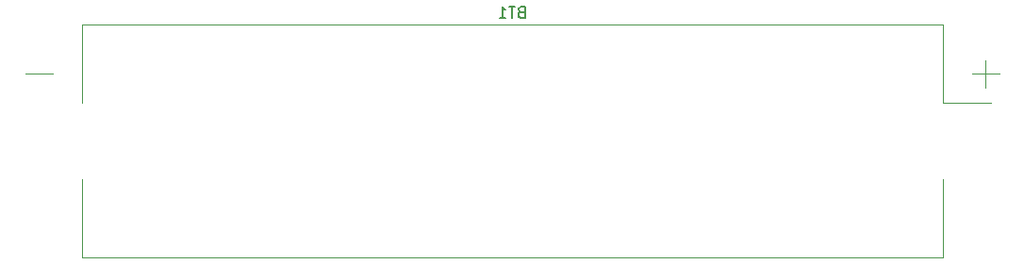
<source format=gbr>
%TF.GenerationSoftware,KiCad,Pcbnew,8.0.0*%
%TF.CreationDate,2024-06-13T14:54:28-05:00*%
%TF.ProjectId,SolarCheap,536f6c61-7243-4686-9561-702e6b696361,rev?*%
%TF.SameCoordinates,Original*%
%TF.FileFunction,Legend,Bot*%
%TF.FilePolarity,Positive*%
%FSLAX46Y46*%
G04 Gerber Fmt 4.6, Leading zero omitted, Abs format (unit mm)*
G04 Created by KiCad (PCBNEW 8.0.0) date 2024-06-13 14:54:28*
%MOMM*%
%LPD*%
G01*
G04 APERTURE LIST*
%ADD10C,0.150000*%
%ADD11C,0.120000*%
G04 APERTURE END LIST*
D10*
X151185714Y-116931009D02*
X151042857Y-116978628D01*
X151042857Y-116978628D02*
X150995238Y-117026247D01*
X150995238Y-117026247D02*
X150947619Y-117121485D01*
X150947619Y-117121485D02*
X150947619Y-117264342D01*
X150947619Y-117264342D02*
X150995238Y-117359580D01*
X150995238Y-117359580D02*
X151042857Y-117407200D01*
X151042857Y-117407200D02*
X151138095Y-117454819D01*
X151138095Y-117454819D02*
X151519047Y-117454819D01*
X151519047Y-117454819D02*
X151519047Y-116454819D01*
X151519047Y-116454819D02*
X151185714Y-116454819D01*
X151185714Y-116454819D02*
X151090476Y-116502438D01*
X151090476Y-116502438D02*
X151042857Y-116550057D01*
X151042857Y-116550057D02*
X150995238Y-116645295D01*
X150995238Y-116645295D02*
X150995238Y-116740533D01*
X150995238Y-116740533D02*
X151042857Y-116835771D01*
X151042857Y-116835771D02*
X151090476Y-116883390D01*
X151090476Y-116883390D02*
X151185714Y-116931009D01*
X151185714Y-116931009D02*
X151519047Y-116931009D01*
X150661904Y-116454819D02*
X150090476Y-116454819D01*
X150376190Y-117454819D02*
X150376190Y-116454819D01*
X149233333Y-117454819D02*
X149804761Y-117454819D01*
X149519047Y-117454819D02*
X149519047Y-116454819D01*
X149519047Y-116454819D02*
X149614285Y-116597676D01*
X149614285Y-116597676D02*
X149709523Y-116692914D01*
X149709523Y-116692914D02*
X149804761Y-116740533D01*
D11*
%TO.C,BT1*%
X109150000Y-122500000D02*
X106650000Y-122500000D01*
X111760000Y-118080000D02*
X111760000Y-125060000D01*
X111760000Y-138940000D02*
X111760000Y-131940000D01*
X189040000Y-118060000D02*
X111760000Y-118060000D01*
X189040000Y-125060000D02*
X189040000Y-118060000D01*
X189040000Y-131940000D02*
X189040000Y-138940000D01*
X189040000Y-138940000D02*
X111760000Y-138940000D01*
X191650000Y-122500000D02*
X194150000Y-122500000D01*
X192900000Y-121250000D02*
X192900000Y-123750000D01*
X193400000Y-125060000D02*
X189040000Y-125060000D01*
%TD*%
M02*

</source>
